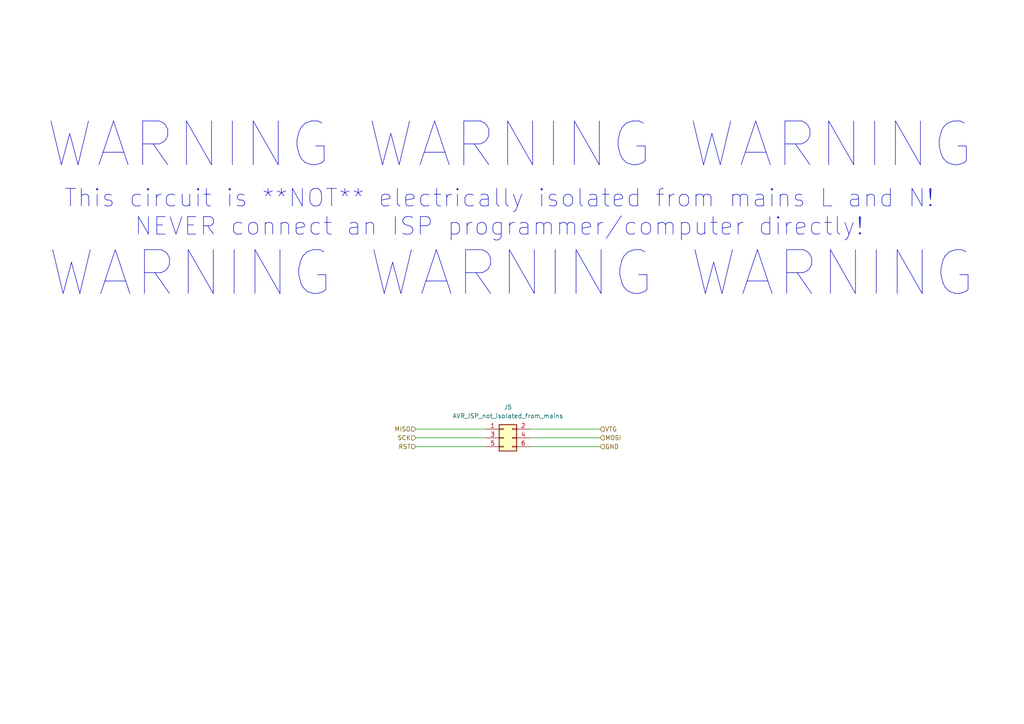
<source format=kicad_sch>
(kicad_sch (version 20231120) (generator "eeschema") (generator_version "8.0")
  (paper "A4")
  (title_block (title "In System Programmer port - WARNING not isolated") (date "2024-08-21") (rev "1.0") (company "Michael Büsch <m@bues.ch>"))
  (lib_symbols
    (symbol "Connector_Generic:Conn_02x03_Odd_Even" (pin_names (offset 1.016) hide)
      (property "Reference" "J" (at 1.27 5.08 0))
      (property "Value" "Conn_02x03_Odd_Even" (at 1.27 -5.08 0))
      (symbol "Conn_02x03_Odd_Even_1_1"
        (rectangle (start -1.27 -2.413) (end 0 -2.667) (stroke (width 0.1524)))
        (rectangle (start -1.27 0.127) (end 0 -0.127) (stroke (width 0.1524)))
        (rectangle (start -1.27 2.667) (end 0 2.413) (stroke (width 0.1524)))
        (rectangle (start -1.27 3.81) (end 3.81 -3.81) (stroke (width 0.254)) (fill (type background)))
        (rectangle (start 3.81 -2.413) (end 2.54 -2.667) (stroke (width 0.1524)))
        (rectangle (start 3.81 0.127) (end 2.54 -0.127) (stroke (width 0.1524)))
        (rectangle (start 3.81 2.667) (end 2.54 2.413) (stroke (width 0.1524)))
        (pin passive line (at -5.08 2.54 0) (length 3.81) (name "Pin_1") (number "1"))
        (pin passive line (at 7.62 2.54 180) (length 3.81) (name "Pin_2") (number "2"))
        (pin passive line (at -5.08 0 0) (length 3.81) (name "Pin_3") (number "3"))
        (pin passive line (at 7.62 0 180) (length 3.81) (name "Pin_4") (number "4"))
        (pin passive line (at -5.08 -2.54 0) (length 3.81) (name "Pin_5") (number "5"))
        (pin passive line (at 7.62 -2.54 180) (length 3.81) (name "Pin_6") (number "6"))
      )
    )
  )
  (wire (pts (xy 153.67 129.54) (xy 173.99 129.54)))
  (wire (pts (xy 120.65 129.54) (xy 140.97 129.54)))
  (wire (pts (xy 120.65 124.46) (xy 140.97 124.46)))
  (wire (pts (xy 153.67 124.46) (xy 173.99 124.46)))
  (wire (pts (xy 153.67 127) (xy 173.99 127)))
  (wire (pts (xy 120.65 127) (xy 140.97 127)))
  (text "WARNING WARNING WARNING" (at 147.828 42.164 0) (effects (font (size 12.7 12.7))))
  (text "This circuit is **NOT** electrically isolated from mains L and N!\nNEVER connect an ISP programmer/computer directly!" (at 144.78 61.722 0) (effects (font (size 5.08 5.08))))
  (text "WARNING WARNING WARNING" (at 148.336 79.502 0) (effects (font (size 12.7 12.7))))
  (hierarchical_label "MISO" (shape input) (at 120.65 124.46 180))
  (hierarchical_label "GND" (shape input) (at 173.99 129.54 0))
  (hierarchical_label "SCK" (shape input) (at 120.65 127 180))
  (hierarchical_label "VTG" (shape input) (at 173.99 124.46 0))
  (hierarchical_label "MOSI" (shape input) (at 173.99 127 0))
  (hierarchical_label "RST" (shape input) (at 120.65 129.54 180))
  (symbol (lib_id "Connector_Generic:Conn_02x03_Odd_Even") (at 146.05 127 0) (unit 1)
    (property "Reference" "J5" (at 147.32 118.11 0))
    (property "Value" "AVR_ISP_not_isolated_from_mains" (at 147.32 120.65 0))
    (property "Description" "Generic connector, double row, 02x03, odd/even pin numbering scheme (row 1 odd numbers, row 2 even numbers), script generated (kicad-library-utils/schlib/autogen/connector/)" (effects (hide yes)))
  )
)
</source>
